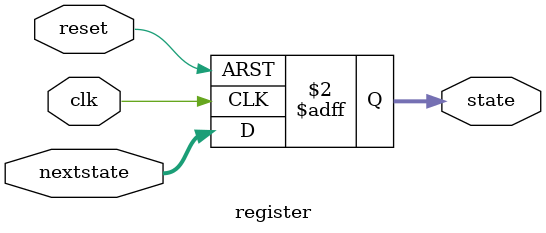
<source format=sv>
module register( input  logic clk, reset,
                 input  logic [2:0] nextstate, //INPUTS: s0',s1',s2'
                 output logic [2:0] state ); //  OUTPUTS: s0,s1,s2
    always_ff @(posedge clk, posedge reset) //update on the rising edge
        if (reset) state <= 3'b0; //initial state s0 = 000
        else       state <= nextstate; //g gets the value of d (so the next state becomes current state)                 
endmodule

</source>
